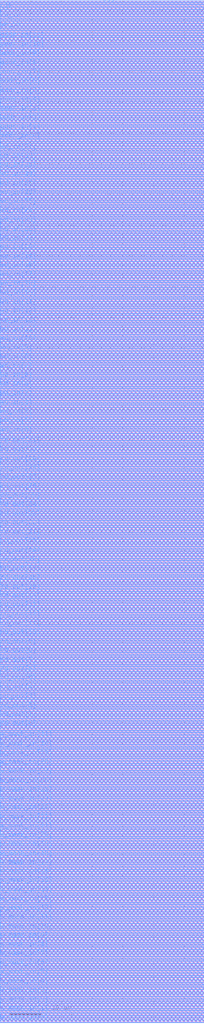
<source format=lef>
# Generated by FakeRAM 2.0
VERSION 5.7 ;
BUSBITCHARS "[]" ;
PROPERTYDEFINITIONS
  MACRO width INTEGER ;
  MACRO depth INTEGER ;
  MACRO banks INTEGER ;
END PROPERTYDEFINITIONS
MACRO fakeram7_sp_4096x32
  PROPERTY width 32 ;
  PROPERTY depth 4096 ;
  PROPERTY banks 8 ;
  FOREIGN fakeram7_sp_4096x32 0 0 ;
  SYMMETRY X Y ;
  SIZE 33.250 BY 166.600 ;
  CLASS BLOCK ;
  PIN w_mask_in[0]
    DIRECTION INPUT ;
    USE SIGNAL ;
    SHAPE ABUTMENT ;
    PORT
      LAYER M4 ;
      RECT 0.000 0.048 0.024 0.072 ;
    END
  END w_mask_in[0]
  PIN w_mask_in[1]
    DIRECTION INPUT ;
    USE SIGNAL ;
    SHAPE ABUTMENT ;
    PORT
      LAYER M4 ;
      RECT 0.000 1.536 0.024 1.560 ;
    END
  END w_mask_in[1]
  PIN w_mask_in[2]
    DIRECTION INPUT ;
    USE SIGNAL ;
    SHAPE ABUTMENT ;
    PORT
      LAYER M4 ;
      RECT 0.000 3.024 0.024 3.048 ;
    END
  END w_mask_in[2]
  PIN w_mask_in[3]
    DIRECTION INPUT ;
    USE SIGNAL ;
    SHAPE ABUTMENT ;
    PORT
      LAYER M4 ;
      RECT 0.000 4.512 0.024 4.536 ;
    END
  END w_mask_in[3]
  PIN w_mask_in[4]
    DIRECTION INPUT ;
    USE SIGNAL ;
    SHAPE ABUTMENT ;
    PORT
      LAYER M4 ;
      RECT 0.000 6.000 0.024 6.024 ;
    END
  END w_mask_in[4]
  PIN w_mask_in[5]
    DIRECTION INPUT ;
    USE SIGNAL ;
    SHAPE ABUTMENT ;
    PORT
      LAYER M4 ;
      RECT 0.000 7.488 0.024 7.512 ;
    END
  END w_mask_in[5]
  PIN w_mask_in[6]
    DIRECTION INPUT ;
    USE SIGNAL ;
    SHAPE ABUTMENT ;
    PORT
      LAYER M4 ;
      RECT 0.000 8.976 0.024 9.000 ;
    END
  END w_mask_in[6]
  PIN w_mask_in[7]
    DIRECTION INPUT ;
    USE SIGNAL ;
    SHAPE ABUTMENT ;
    PORT
      LAYER M4 ;
      RECT 0.000 10.464 0.024 10.488 ;
    END
  END w_mask_in[7]
  PIN w_mask_in[8]
    DIRECTION INPUT ;
    USE SIGNAL ;
    SHAPE ABUTMENT ;
    PORT
      LAYER M4 ;
      RECT 0.000 11.952 0.024 11.976 ;
    END
  END w_mask_in[8]
  PIN w_mask_in[9]
    DIRECTION INPUT ;
    USE SIGNAL ;
    SHAPE ABUTMENT ;
    PORT
      LAYER M4 ;
      RECT 0.000 13.440 0.024 13.464 ;
    END
  END w_mask_in[9]
  PIN w_mask_in[10]
    DIRECTION INPUT ;
    USE SIGNAL ;
    SHAPE ABUTMENT ;
    PORT
      LAYER M4 ;
      RECT 0.000 14.928 0.024 14.952 ;
    END
  END w_mask_in[10]
  PIN w_mask_in[11]
    DIRECTION INPUT ;
    USE SIGNAL ;
    SHAPE ABUTMENT ;
    PORT
      LAYER M4 ;
      RECT 0.000 16.416 0.024 16.440 ;
    END
  END w_mask_in[11]
  PIN w_mask_in[12]
    DIRECTION INPUT ;
    USE SIGNAL ;
    SHAPE ABUTMENT ;
    PORT
      LAYER M4 ;
      RECT 0.000 17.904 0.024 17.928 ;
    END
  END w_mask_in[12]
  PIN w_mask_in[13]
    DIRECTION INPUT ;
    USE SIGNAL ;
    SHAPE ABUTMENT ;
    PORT
      LAYER M4 ;
      RECT 0.000 19.392 0.024 19.416 ;
    END
  END w_mask_in[13]
  PIN w_mask_in[14]
    DIRECTION INPUT ;
    USE SIGNAL ;
    SHAPE ABUTMENT ;
    PORT
      LAYER M4 ;
      RECT 0.000 20.880 0.024 20.904 ;
    END
  END w_mask_in[14]
  PIN w_mask_in[15]
    DIRECTION INPUT ;
    USE SIGNAL ;
    SHAPE ABUTMENT ;
    PORT
      LAYER M4 ;
      RECT 0.000 22.368 0.024 22.392 ;
    END
  END w_mask_in[15]
  PIN w_mask_in[16]
    DIRECTION INPUT ;
    USE SIGNAL ;
    SHAPE ABUTMENT ;
    PORT
      LAYER M4 ;
      RECT 0.000 23.856 0.024 23.880 ;
    END
  END w_mask_in[16]
  PIN w_mask_in[17]
    DIRECTION INPUT ;
    USE SIGNAL ;
    SHAPE ABUTMENT ;
    PORT
      LAYER M4 ;
      RECT 0.000 25.344 0.024 25.368 ;
    END
  END w_mask_in[17]
  PIN w_mask_in[18]
    DIRECTION INPUT ;
    USE SIGNAL ;
    SHAPE ABUTMENT ;
    PORT
      LAYER M4 ;
      RECT 0.000 26.832 0.024 26.856 ;
    END
  END w_mask_in[18]
  PIN w_mask_in[19]
    DIRECTION INPUT ;
    USE SIGNAL ;
    SHAPE ABUTMENT ;
    PORT
      LAYER M4 ;
      RECT 0.000 28.320 0.024 28.344 ;
    END
  END w_mask_in[19]
  PIN w_mask_in[20]
    DIRECTION INPUT ;
    USE SIGNAL ;
    SHAPE ABUTMENT ;
    PORT
      LAYER M4 ;
      RECT 0.000 29.808 0.024 29.832 ;
    END
  END w_mask_in[20]
  PIN w_mask_in[21]
    DIRECTION INPUT ;
    USE SIGNAL ;
    SHAPE ABUTMENT ;
    PORT
      LAYER M4 ;
      RECT 0.000 31.296 0.024 31.320 ;
    END
  END w_mask_in[21]
  PIN w_mask_in[22]
    DIRECTION INPUT ;
    USE SIGNAL ;
    SHAPE ABUTMENT ;
    PORT
      LAYER M4 ;
      RECT 0.000 32.784 0.024 32.808 ;
    END
  END w_mask_in[22]
  PIN w_mask_in[23]
    DIRECTION INPUT ;
    USE SIGNAL ;
    SHAPE ABUTMENT ;
    PORT
      LAYER M4 ;
      RECT 0.000 34.272 0.024 34.296 ;
    END
  END w_mask_in[23]
  PIN w_mask_in[24]
    DIRECTION INPUT ;
    USE SIGNAL ;
    SHAPE ABUTMENT ;
    PORT
      LAYER M4 ;
      RECT 0.000 35.760 0.024 35.784 ;
    END
  END w_mask_in[24]
  PIN w_mask_in[25]
    DIRECTION INPUT ;
    USE SIGNAL ;
    SHAPE ABUTMENT ;
    PORT
      LAYER M4 ;
      RECT 0.000 37.248 0.024 37.272 ;
    END
  END w_mask_in[25]
  PIN w_mask_in[26]
    DIRECTION INPUT ;
    USE SIGNAL ;
    SHAPE ABUTMENT ;
    PORT
      LAYER M4 ;
      RECT 0.000 38.736 0.024 38.760 ;
    END
  END w_mask_in[26]
  PIN w_mask_in[27]
    DIRECTION INPUT ;
    USE SIGNAL ;
    SHAPE ABUTMENT ;
    PORT
      LAYER M4 ;
      RECT 0.000 40.224 0.024 40.248 ;
    END
  END w_mask_in[27]
  PIN w_mask_in[28]
    DIRECTION INPUT ;
    USE SIGNAL ;
    SHAPE ABUTMENT ;
    PORT
      LAYER M4 ;
      RECT 0.000 41.712 0.024 41.736 ;
    END
  END w_mask_in[28]
  PIN w_mask_in[29]
    DIRECTION INPUT ;
    USE SIGNAL ;
    SHAPE ABUTMENT ;
    PORT
      LAYER M4 ;
      RECT 0.000 43.200 0.024 43.224 ;
    END
  END w_mask_in[29]
  PIN w_mask_in[30]
    DIRECTION INPUT ;
    USE SIGNAL ;
    SHAPE ABUTMENT ;
    PORT
      LAYER M4 ;
      RECT 0.000 44.688 0.024 44.712 ;
    END
  END w_mask_in[30]
  PIN w_mask_in[31]
    DIRECTION INPUT ;
    USE SIGNAL ;
    SHAPE ABUTMENT ;
    PORT
      LAYER M4 ;
      RECT 0.000 46.176 0.024 46.200 ;
    END
  END w_mask_in[31]
  PIN rd_out[0]
    DIRECTION OUTPUT ;
    USE SIGNAL ;
    SHAPE ABUTMENT ;
    PORT
      LAYER M4 ;
      RECT 0.000 47.952 0.024 47.976 ;
    END
  END rd_out[0]
  PIN rd_out[1]
    DIRECTION OUTPUT ;
    USE SIGNAL ;
    SHAPE ABUTMENT ;
    PORT
      LAYER M4 ;
      RECT 0.000 49.440 0.024 49.464 ;
    END
  END rd_out[1]
  PIN rd_out[2]
    DIRECTION OUTPUT ;
    USE SIGNAL ;
    SHAPE ABUTMENT ;
    PORT
      LAYER M4 ;
      RECT 0.000 50.928 0.024 50.952 ;
    END
  END rd_out[2]
  PIN rd_out[3]
    DIRECTION OUTPUT ;
    USE SIGNAL ;
    SHAPE ABUTMENT ;
    PORT
      LAYER M4 ;
      RECT 0.000 52.416 0.024 52.440 ;
    END
  END rd_out[3]
  PIN rd_out[4]
    DIRECTION OUTPUT ;
    USE SIGNAL ;
    SHAPE ABUTMENT ;
    PORT
      LAYER M4 ;
      RECT 0.000 53.904 0.024 53.928 ;
    END
  END rd_out[4]
  PIN rd_out[5]
    DIRECTION OUTPUT ;
    USE SIGNAL ;
    SHAPE ABUTMENT ;
    PORT
      LAYER M4 ;
      RECT 0.000 55.392 0.024 55.416 ;
    END
  END rd_out[5]
  PIN rd_out[6]
    DIRECTION OUTPUT ;
    USE SIGNAL ;
    SHAPE ABUTMENT ;
    PORT
      LAYER M4 ;
      RECT 0.000 56.880 0.024 56.904 ;
    END
  END rd_out[6]
  PIN rd_out[7]
    DIRECTION OUTPUT ;
    USE SIGNAL ;
    SHAPE ABUTMENT ;
    PORT
      LAYER M4 ;
      RECT 0.000 58.368 0.024 58.392 ;
    END
  END rd_out[7]
  PIN rd_out[8]
    DIRECTION OUTPUT ;
    USE SIGNAL ;
    SHAPE ABUTMENT ;
    PORT
      LAYER M4 ;
      RECT 0.000 59.856 0.024 59.880 ;
    END
  END rd_out[8]
  PIN rd_out[9]
    DIRECTION OUTPUT ;
    USE SIGNAL ;
    SHAPE ABUTMENT ;
    PORT
      LAYER M4 ;
      RECT 0.000 61.344 0.024 61.368 ;
    END
  END rd_out[9]
  PIN rd_out[10]
    DIRECTION OUTPUT ;
    USE SIGNAL ;
    SHAPE ABUTMENT ;
    PORT
      LAYER M4 ;
      RECT 0.000 62.832 0.024 62.856 ;
    END
  END rd_out[10]
  PIN rd_out[11]
    DIRECTION OUTPUT ;
    USE SIGNAL ;
    SHAPE ABUTMENT ;
    PORT
      LAYER M4 ;
      RECT 0.000 64.320 0.024 64.344 ;
    END
  END rd_out[11]
  PIN rd_out[12]
    DIRECTION OUTPUT ;
    USE SIGNAL ;
    SHAPE ABUTMENT ;
    PORT
      LAYER M4 ;
      RECT 0.000 65.808 0.024 65.832 ;
    END
  END rd_out[12]
  PIN rd_out[13]
    DIRECTION OUTPUT ;
    USE SIGNAL ;
    SHAPE ABUTMENT ;
    PORT
      LAYER M4 ;
      RECT 0.000 67.296 0.024 67.320 ;
    END
  END rd_out[13]
  PIN rd_out[14]
    DIRECTION OUTPUT ;
    USE SIGNAL ;
    SHAPE ABUTMENT ;
    PORT
      LAYER M4 ;
      RECT 0.000 68.784 0.024 68.808 ;
    END
  END rd_out[14]
  PIN rd_out[15]
    DIRECTION OUTPUT ;
    USE SIGNAL ;
    SHAPE ABUTMENT ;
    PORT
      LAYER M4 ;
      RECT 0.000 70.272 0.024 70.296 ;
    END
  END rd_out[15]
  PIN rd_out[16]
    DIRECTION OUTPUT ;
    USE SIGNAL ;
    SHAPE ABUTMENT ;
    PORT
      LAYER M4 ;
      RECT 0.000 71.760 0.024 71.784 ;
    END
  END rd_out[16]
  PIN rd_out[17]
    DIRECTION OUTPUT ;
    USE SIGNAL ;
    SHAPE ABUTMENT ;
    PORT
      LAYER M4 ;
      RECT 0.000 73.248 0.024 73.272 ;
    END
  END rd_out[17]
  PIN rd_out[18]
    DIRECTION OUTPUT ;
    USE SIGNAL ;
    SHAPE ABUTMENT ;
    PORT
      LAYER M4 ;
      RECT 0.000 74.736 0.024 74.760 ;
    END
  END rd_out[18]
  PIN rd_out[19]
    DIRECTION OUTPUT ;
    USE SIGNAL ;
    SHAPE ABUTMENT ;
    PORT
      LAYER M4 ;
      RECT 0.000 76.224 0.024 76.248 ;
    END
  END rd_out[19]
  PIN rd_out[20]
    DIRECTION OUTPUT ;
    USE SIGNAL ;
    SHAPE ABUTMENT ;
    PORT
      LAYER M4 ;
      RECT 0.000 77.712 0.024 77.736 ;
    END
  END rd_out[20]
  PIN rd_out[21]
    DIRECTION OUTPUT ;
    USE SIGNAL ;
    SHAPE ABUTMENT ;
    PORT
      LAYER M4 ;
      RECT 0.000 79.200 0.024 79.224 ;
    END
  END rd_out[21]
  PIN rd_out[22]
    DIRECTION OUTPUT ;
    USE SIGNAL ;
    SHAPE ABUTMENT ;
    PORT
      LAYER M4 ;
      RECT 0.000 80.688 0.024 80.712 ;
    END
  END rd_out[22]
  PIN rd_out[23]
    DIRECTION OUTPUT ;
    USE SIGNAL ;
    SHAPE ABUTMENT ;
    PORT
      LAYER M4 ;
      RECT 0.000 82.176 0.024 82.200 ;
    END
  END rd_out[23]
  PIN rd_out[24]
    DIRECTION OUTPUT ;
    USE SIGNAL ;
    SHAPE ABUTMENT ;
    PORT
      LAYER M4 ;
      RECT 0.000 83.664 0.024 83.688 ;
    END
  END rd_out[24]
  PIN rd_out[25]
    DIRECTION OUTPUT ;
    USE SIGNAL ;
    SHAPE ABUTMENT ;
    PORT
      LAYER M4 ;
      RECT 0.000 85.152 0.024 85.176 ;
    END
  END rd_out[25]
  PIN rd_out[26]
    DIRECTION OUTPUT ;
    USE SIGNAL ;
    SHAPE ABUTMENT ;
    PORT
      LAYER M4 ;
      RECT 0.000 86.640 0.024 86.664 ;
    END
  END rd_out[26]
  PIN rd_out[27]
    DIRECTION OUTPUT ;
    USE SIGNAL ;
    SHAPE ABUTMENT ;
    PORT
      LAYER M4 ;
      RECT 0.000 88.128 0.024 88.152 ;
    END
  END rd_out[27]
  PIN rd_out[28]
    DIRECTION OUTPUT ;
    USE SIGNAL ;
    SHAPE ABUTMENT ;
    PORT
      LAYER M4 ;
      RECT 0.000 89.616 0.024 89.640 ;
    END
  END rd_out[28]
  PIN rd_out[29]
    DIRECTION OUTPUT ;
    USE SIGNAL ;
    SHAPE ABUTMENT ;
    PORT
      LAYER M4 ;
      RECT 0.000 91.104 0.024 91.128 ;
    END
  END rd_out[29]
  PIN rd_out[30]
    DIRECTION OUTPUT ;
    USE SIGNAL ;
    SHAPE ABUTMENT ;
    PORT
      LAYER M4 ;
      RECT 0.000 92.592 0.024 92.616 ;
    END
  END rd_out[30]
  PIN rd_out[31]
    DIRECTION OUTPUT ;
    USE SIGNAL ;
    SHAPE ABUTMENT ;
    PORT
      LAYER M4 ;
      RECT 0.000 94.080 0.024 94.104 ;
    END
  END rd_out[31]
  PIN wd_in[0]
    DIRECTION INPUT ;
    USE SIGNAL ;
    SHAPE ABUTMENT ;
    PORT
      LAYER M4 ;
      RECT 0.000 95.856 0.024 95.880 ;
    END
  END wd_in[0]
  PIN wd_in[1]
    DIRECTION INPUT ;
    USE SIGNAL ;
    SHAPE ABUTMENT ;
    PORT
      LAYER M4 ;
      RECT 0.000 97.344 0.024 97.368 ;
    END
  END wd_in[1]
  PIN wd_in[2]
    DIRECTION INPUT ;
    USE SIGNAL ;
    SHAPE ABUTMENT ;
    PORT
      LAYER M4 ;
      RECT 0.000 98.832 0.024 98.856 ;
    END
  END wd_in[2]
  PIN wd_in[3]
    DIRECTION INPUT ;
    USE SIGNAL ;
    SHAPE ABUTMENT ;
    PORT
      LAYER M4 ;
      RECT 0.000 100.320 0.024 100.344 ;
    END
  END wd_in[3]
  PIN wd_in[4]
    DIRECTION INPUT ;
    USE SIGNAL ;
    SHAPE ABUTMENT ;
    PORT
      LAYER M4 ;
      RECT 0.000 101.808 0.024 101.832 ;
    END
  END wd_in[4]
  PIN wd_in[5]
    DIRECTION INPUT ;
    USE SIGNAL ;
    SHAPE ABUTMENT ;
    PORT
      LAYER M4 ;
      RECT 0.000 103.296 0.024 103.320 ;
    END
  END wd_in[5]
  PIN wd_in[6]
    DIRECTION INPUT ;
    USE SIGNAL ;
    SHAPE ABUTMENT ;
    PORT
      LAYER M4 ;
      RECT 0.000 104.784 0.024 104.808 ;
    END
  END wd_in[6]
  PIN wd_in[7]
    DIRECTION INPUT ;
    USE SIGNAL ;
    SHAPE ABUTMENT ;
    PORT
      LAYER M4 ;
      RECT 0.000 106.272 0.024 106.296 ;
    END
  END wd_in[7]
  PIN wd_in[8]
    DIRECTION INPUT ;
    USE SIGNAL ;
    SHAPE ABUTMENT ;
    PORT
      LAYER M4 ;
      RECT 0.000 107.760 0.024 107.784 ;
    END
  END wd_in[8]
  PIN wd_in[9]
    DIRECTION INPUT ;
    USE SIGNAL ;
    SHAPE ABUTMENT ;
    PORT
      LAYER M4 ;
      RECT 0.000 109.248 0.024 109.272 ;
    END
  END wd_in[9]
  PIN wd_in[10]
    DIRECTION INPUT ;
    USE SIGNAL ;
    SHAPE ABUTMENT ;
    PORT
      LAYER M4 ;
      RECT 0.000 110.736 0.024 110.760 ;
    END
  END wd_in[10]
  PIN wd_in[11]
    DIRECTION INPUT ;
    USE SIGNAL ;
    SHAPE ABUTMENT ;
    PORT
      LAYER M4 ;
      RECT 0.000 112.224 0.024 112.248 ;
    END
  END wd_in[11]
  PIN wd_in[12]
    DIRECTION INPUT ;
    USE SIGNAL ;
    SHAPE ABUTMENT ;
    PORT
      LAYER M4 ;
      RECT 0.000 113.712 0.024 113.736 ;
    END
  END wd_in[12]
  PIN wd_in[13]
    DIRECTION INPUT ;
    USE SIGNAL ;
    SHAPE ABUTMENT ;
    PORT
      LAYER M4 ;
      RECT 0.000 115.200 0.024 115.224 ;
    END
  END wd_in[13]
  PIN wd_in[14]
    DIRECTION INPUT ;
    USE SIGNAL ;
    SHAPE ABUTMENT ;
    PORT
      LAYER M4 ;
      RECT 0.000 116.688 0.024 116.712 ;
    END
  END wd_in[14]
  PIN wd_in[15]
    DIRECTION INPUT ;
    USE SIGNAL ;
    SHAPE ABUTMENT ;
    PORT
      LAYER M4 ;
      RECT 0.000 118.176 0.024 118.200 ;
    END
  END wd_in[15]
  PIN wd_in[16]
    DIRECTION INPUT ;
    USE SIGNAL ;
    SHAPE ABUTMENT ;
    PORT
      LAYER M4 ;
      RECT 0.000 119.664 0.024 119.688 ;
    END
  END wd_in[16]
  PIN wd_in[17]
    DIRECTION INPUT ;
    USE SIGNAL ;
    SHAPE ABUTMENT ;
    PORT
      LAYER M4 ;
      RECT 0.000 121.152 0.024 121.176 ;
    END
  END wd_in[17]
  PIN wd_in[18]
    DIRECTION INPUT ;
    USE SIGNAL ;
    SHAPE ABUTMENT ;
    PORT
      LAYER M4 ;
      RECT 0.000 122.640 0.024 122.664 ;
    END
  END wd_in[18]
  PIN wd_in[19]
    DIRECTION INPUT ;
    USE SIGNAL ;
    SHAPE ABUTMENT ;
    PORT
      LAYER M4 ;
      RECT 0.000 124.128 0.024 124.152 ;
    END
  END wd_in[19]
  PIN wd_in[20]
    DIRECTION INPUT ;
    USE SIGNAL ;
    SHAPE ABUTMENT ;
    PORT
      LAYER M4 ;
      RECT 0.000 125.616 0.024 125.640 ;
    END
  END wd_in[20]
  PIN wd_in[21]
    DIRECTION INPUT ;
    USE SIGNAL ;
    SHAPE ABUTMENT ;
    PORT
      LAYER M4 ;
      RECT 0.000 127.104 0.024 127.128 ;
    END
  END wd_in[21]
  PIN wd_in[22]
    DIRECTION INPUT ;
    USE SIGNAL ;
    SHAPE ABUTMENT ;
    PORT
      LAYER M4 ;
      RECT 0.000 128.592 0.024 128.616 ;
    END
  END wd_in[22]
  PIN wd_in[23]
    DIRECTION INPUT ;
    USE SIGNAL ;
    SHAPE ABUTMENT ;
    PORT
      LAYER M4 ;
      RECT 0.000 130.080 0.024 130.104 ;
    END
  END wd_in[23]
  PIN wd_in[24]
    DIRECTION INPUT ;
    USE SIGNAL ;
    SHAPE ABUTMENT ;
    PORT
      LAYER M4 ;
      RECT 0.000 131.568 0.024 131.592 ;
    END
  END wd_in[24]
  PIN wd_in[25]
    DIRECTION INPUT ;
    USE SIGNAL ;
    SHAPE ABUTMENT ;
    PORT
      LAYER M4 ;
      RECT 0.000 133.056 0.024 133.080 ;
    END
  END wd_in[25]
  PIN wd_in[26]
    DIRECTION INPUT ;
    USE SIGNAL ;
    SHAPE ABUTMENT ;
    PORT
      LAYER M4 ;
      RECT 0.000 134.544 0.024 134.568 ;
    END
  END wd_in[26]
  PIN wd_in[27]
    DIRECTION INPUT ;
    USE SIGNAL ;
    SHAPE ABUTMENT ;
    PORT
      LAYER M4 ;
      RECT 0.000 136.032 0.024 136.056 ;
    END
  END wd_in[27]
  PIN wd_in[28]
    DIRECTION INPUT ;
    USE SIGNAL ;
    SHAPE ABUTMENT ;
    PORT
      LAYER M4 ;
      RECT 0.000 137.520 0.024 137.544 ;
    END
  END wd_in[28]
  PIN wd_in[29]
    DIRECTION INPUT ;
    USE SIGNAL ;
    SHAPE ABUTMENT ;
    PORT
      LAYER M4 ;
      RECT 0.000 139.008 0.024 139.032 ;
    END
  END wd_in[29]
  PIN wd_in[30]
    DIRECTION INPUT ;
    USE SIGNAL ;
    SHAPE ABUTMENT ;
    PORT
      LAYER M4 ;
      RECT 0.000 140.496 0.024 140.520 ;
    END
  END wd_in[30]
  PIN wd_in[31]
    DIRECTION INPUT ;
    USE SIGNAL ;
    SHAPE ABUTMENT ;
    PORT
      LAYER M4 ;
      RECT 0.000 141.984 0.024 142.008 ;
    END
  END wd_in[31]
  PIN addr_in[0]
    DIRECTION INPUT ;
    USE SIGNAL ;
    SHAPE ABUTMENT ;
    PORT
      LAYER M4 ;
      RECT 0.000 143.760 0.024 143.784 ;
    END
  END addr_in[0]
  PIN addr_in[1]
    DIRECTION INPUT ;
    USE SIGNAL ;
    SHAPE ABUTMENT ;
    PORT
      LAYER M4 ;
      RECT 0.000 145.248 0.024 145.272 ;
    END
  END addr_in[1]
  PIN addr_in[2]
    DIRECTION INPUT ;
    USE SIGNAL ;
    SHAPE ABUTMENT ;
    PORT
      LAYER M4 ;
      RECT 0.000 146.736 0.024 146.760 ;
    END
  END addr_in[2]
  PIN addr_in[3]
    DIRECTION INPUT ;
    USE SIGNAL ;
    SHAPE ABUTMENT ;
    PORT
      LAYER M4 ;
      RECT 0.000 148.224 0.024 148.248 ;
    END
  END addr_in[3]
  PIN addr_in[4]
    DIRECTION INPUT ;
    USE SIGNAL ;
    SHAPE ABUTMENT ;
    PORT
      LAYER M4 ;
      RECT 0.000 149.712 0.024 149.736 ;
    END
  END addr_in[4]
  PIN addr_in[5]
    DIRECTION INPUT ;
    USE SIGNAL ;
    SHAPE ABUTMENT ;
    PORT
      LAYER M4 ;
      RECT 0.000 151.200 0.024 151.224 ;
    END
  END addr_in[5]
  PIN addr_in[6]
    DIRECTION INPUT ;
    USE SIGNAL ;
    SHAPE ABUTMENT ;
    PORT
      LAYER M4 ;
      RECT 0.000 152.688 0.024 152.712 ;
    END
  END addr_in[6]
  PIN addr_in[7]
    DIRECTION INPUT ;
    USE SIGNAL ;
    SHAPE ABUTMENT ;
    PORT
      LAYER M4 ;
      RECT 0.000 154.176 0.024 154.200 ;
    END
  END addr_in[7]
  PIN addr_in[8]
    DIRECTION INPUT ;
    USE SIGNAL ;
    SHAPE ABUTMENT ;
    PORT
      LAYER M4 ;
      RECT 0.000 155.664 0.024 155.688 ;
    END
  END addr_in[8]
  PIN addr_in[9]
    DIRECTION INPUT ;
    USE SIGNAL ;
    SHAPE ABUTMENT ;
    PORT
      LAYER M4 ;
      RECT 0.000 157.152 0.024 157.176 ;
    END
  END addr_in[9]
  PIN addr_in[10]
    DIRECTION INPUT ;
    USE SIGNAL ;
    SHAPE ABUTMENT ;
    PORT
      LAYER M4 ;
      RECT 0.000 158.640 0.024 158.664 ;
    END
  END addr_in[10]
  PIN addr_in[11]
    DIRECTION INPUT ;
    USE SIGNAL ;
    SHAPE ABUTMENT ;
    PORT
      LAYER M4 ;
      RECT 0.000 160.128 0.024 160.152 ;
    END
  END addr_in[11]
  PIN we_in
    DIRECTION INPUT ;
    USE SIGNAL ;
    SHAPE ABUTMENT ;
    PORT
      LAYER M4 ;
      RECT 0.000 161.904 0.024 161.928 ;
    END
  END we_in
  PIN ce_in
    DIRECTION INPUT ;
    USE SIGNAL ;
    SHAPE ABUTMENT ;
    PORT
      LAYER M4 ;
      RECT 0.000 163.392 0.024 163.416 ;
    END
  END ce_in
  PIN clk
    DIRECTION INPUT ;
    USE SIGNAL ;
    SHAPE ABUTMENT ;
    PORT
      LAYER M4 ;
      RECT 0.000 164.880 0.024 164.904 ;
    END
  END clk
  PIN VSS
    DIRECTION INOUT ;
    USE GROUND ;
    PORT
      LAYER M4 ;
      RECT 0.048 0.000 33.202 0.096 ;
      RECT 0.048 0.768 33.202 0.864 ;
      RECT 0.048 1.536 33.202 1.632 ;
      RECT 0.048 2.304 33.202 2.400 ;
      RECT 0.048 3.072 33.202 3.168 ;
      RECT 0.048 3.840 33.202 3.936 ;
      RECT 0.048 4.608 33.202 4.704 ;
      RECT 0.048 5.376 33.202 5.472 ;
      RECT 0.048 6.144 33.202 6.240 ;
      RECT 0.048 6.912 33.202 7.008 ;
      RECT 0.048 7.680 33.202 7.776 ;
      RECT 0.048 8.448 33.202 8.544 ;
      RECT 0.048 9.216 33.202 9.312 ;
      RECT 0.048 9.984 33.202 10.080 ;
      RECT 0.048 10.752 33.202 10.848 ;
      RECT 0.048 11.520 33.202 11.616 ;
      RECT 0.048 12.288 33.202 12.384 ;
      RECT 0.048 13.056 33.202 13.152 ;
      RECT 0.048 13.824 33.202 13.920 ;
      RECT 0.048 14.592 33.202 14.688 ;
      RECT 0.048 15.360 33.202 15.456 ;
      RECT 0.048 16.128 33.202 16.224 ;
      RECT 0.048 16.896 33.202 16.992 ;
      RECT 0.048 17.664 33.202 17.760 ;
      RECT 0.048 18.432 33.202 18.528 ;
      RECT 0.048 19.200 33.202 19.296 ;
      RECT 0.048 19.968 33.202 20.064 ;
      RECT 0.048 20.736 33.202 20.832 ;
      RECT 0.048 21.504 33.202 21.600 ;
      RECT 0.048 22.272 33.202 22.368 ;
      RECT 0.048 23.040 33.202 23.136 ;
      RECT 0.048 23.808 33.202 23.904 ;
      RECT 0.048 24.576 33.202 24.672 ;
      RECT 0.048 25.344 33.202 25.440 ;
      RECT 0.048 26.112 33.202 26.208 ;
      RECT 0.048 26.880 33.202 26.976 ;
      RECT 0.048 27.648 33.202 27.744 ;
      RECT 0.048 28.416 33.202 28.512 ;
      RECT 0.048 29.184 33.202 29.280 ;
      RECT 0.048 29.952 33.202 30.048 ;
      RECT 0.048 30.720 33.202 30.816 ;
      RECT 0.048 31.488 33.202 31.584 ;
      RECT 0.048 32.256 33.202 32.352 ;
      RECT 0.048 33.024 33.202 33.120 ;
      RECT 0.048 33.792 33.202 33.888 ;
      RECT 0.048 34.560 33.202 34.656 ;
      RECT 0.048 35.328 33.202 35.424 ;
      RECT 0.048 36.096 33.202 36.192 ;
      RECT 0.048 36.864 33.202 36.960 ;
      RECT 0.048 37.632 33.202 37.728 ;
      RECT 0.048 38.400 33.202 38.496 ;
      RECT 0.048 39.168 33.202 39.264 ;
      RECT 0.048 39.936 33.202 40.032 ;
      RECT 0.048 40.704 33.202 40.800 ;
      RECT 0.048 41.472 33.202 41.568 ;
      RECT 0.048 42.240 33.202 42.336 ;
      RECT 0.048 43.008 33.202 43.104 ;
      RECT 0.048 43.776 33.202 43.872 ;
      RECT 0.048 44.544 33.202 44.640 ;
      RECT 0.048 45.312 33.202 45.408 ;
      RECT 0.048 46.080 33.202 46.176 ;
      RECT 0.048 46.848 33.202 46.944 ;
      RECT 0.048 47.616 33.202 47.712 ;
      RECT 0.048 48.384 33.202 48.480 ;
      RECT 0.048 49.152 33.202 49.248 ;
      RECT 0.048 49.920 33.202 50.016 ;
      RECT 0.048 50.688 33.202 50.784 ;
      RECT 0.048 51.456 33.202 51.552 ;
      RECT 0.048 52.224 33.202 52.320 ;
      RECT 0.048 52.992 33.202 53.088 ;
      RECT 0.048 53.760 33.202 53.856 ;
      RECT 0.048 54.528 33.202 54.624 ;
      RECT 0.048 55.296 33.202 55.392 ;
      RECT 0.048 56.064 33.202 56.160 ;
      RECT 0.048 56.832 33.202 56.928 ;
      RECT 0.048 57.600 33.202 57.696 ;
      RECT 0.048 58.368 33.202 58.464 ;
      RECT 0.048 59.136 33.202 59.232 ;
      RECT 0.048 59.904 33.202 60.000 ;
      RECT 0.048 60.672 33.202 60.768 ;
      RECT 0.048 61.440 33.202 61.536 ;
      RECT 0.048 62.208 33.202 62.304 ;
      RECT 0.048 62.976 33.202 63.072 ;
      RECT 0.048 63.744 33.202 63.840 ;
      RECT 0.048 64.512 33.202 64.608 ;
      RECT 0.048 65.280 33.202 65.376 ;
      RECT 0.048 66.048 33.202 66.144 ;
      RECT 0.048 66.816 33.202 66.912 ;
      RECT 0.048 67.584 33.202 67.680 ;
      RECT 0.048 68.352 33.202 68.448 ;
      RECT 0.048 69.120 33.202 69.216 ;
      RECT 0.048 69.888 33.202 69.984 ;
      RECT 0.048 70.656 33.202 70.752 ;
      RECT 0.048 71.424 33.202 71.520 ;
      RECT 0.048 72.192 33.202 72.288 ;
      RECT 0.048 72.960 33.202 73.056 ;
      RECT 0.048 73.728 33.202 73.824 ;
      RECT 0.048 74.496 33.202 74.592 ;
      RECT 0.048 75.264 33.202 75.360 ;
      RECT 0.048 76.032 33.202 76.128 ;
      RECT 0.048 76.800 33.202 76.896 ;
      RECT 0.048 77.568 33.202 77.664 ;
      RECT 0.048 78.336 33.202 78.432 ;
      RECT 0.048 79.104 33.202 79.200 ;
      RECT 0.048 79.872 33.202 79.968 ;
      RECT 0.048 80.640 33.202 80.736 ;
      RECT 0.048 81.408 33.202 81.504 ;
      RECT 0.048 82.176 33.202 82.272 ;
      RECT 0.048 82.944 33.202 83.040 ;
      RECT 0.048 83.712 33.202 83.808 ;
      RECT 0.048 84.480 33.202 84.576 ;
      RECT 0.048 85.248 33.202 85.344 ;
      RECT 0.048 86.016 33.202 86.112 ;
      RECT 0.048 86.784 33.202 86.880 ;
      RECT 0.048 87.552 33.202 87.648 ;
      RECT 0.048 88.320 33.202 88.416 ;
      RECT 0.048 89.088 33.202 89.184 ;
      RECT 0.048 89.856 33.202 89.952 ;
      RECT 0.048 90.624 33.202 90.720 ;
      RECT 0.048 91.392 33.202 91.488 ;
      RECT 0.048 92.160 33.202 92.256 ;
      RECT 0.048 92.928 33.202 93.024 ;
      RECT 0.048 93.696 33.202 93.792 ;
      RECT 0.048 94.464 33.202 94.560 ;
      RECT 0.048 95.232 33.202 95.328 ;
      RECT 0.048 96.000 33.202 96.096 ;
      RECT 0.048 96.768 33.202 96.864 ;
      RECT 0.048 97.536 33.202 97.632 ;
      RECT 0.048 98.304 33.202 98.400 ;
      RECT 0.048 99.072 33.202 99.168 ;
      RECT 0.048 99.840 33.202 99.936 ;
      RECT 0.048 100.608 33.202 100.704 ;
      RECT 0.048 101.376 33.202 101.472 ;
      RECT 0.048 102.144 33.202 102.240 ;
      RECT 0.048 102.912 33.202 103.008 ;
      RECT 0.048 103.680 33.202 103.776 ;
      RECT 0.048 104.448 33.202 104.544 ;
      RECT 0.048 105.216 33.202 105.312 ;
      RECT 0.048 105.984 33.202 106.080 ;
      RECT 0.048 106.752 33.202 106.848 ;
      RECT 0.048 107.520 33.202 107.616 ;
      RECT 0.048 108.288 33.202 108.384 ;
      RECT 0.048 109.056 33.202 109.152 ;
      RECT 0.048 109.824 33.202 109.920 ;
      RECT 0.048 110.592 33.202 110.688 ;
      RECT 0.048 111.360 33.202 111.456 ;
      RECT 0.048 112.128 33.202 112.224 ;
      RECT 0.048 112.896 33.202 112.992 ;
      RECT 0.048 113.664 33.202 113.760 ;
      RECT 0.048 114.432 33.202 114.528 ;
      RECT 0.048 115.200 33.202 115.296 ;
      RECT 0.048 115.968 33.202 116.064 ;
      RECT 0.048 116.736 33.202 116.832 ;
      RECT 0.048 117.504 33.202 117.600 ;
      RECT 0.048 118.272 33.202 118.368 ;
      RECT 0.048 119.040 33.202 119.136 ;
      RECT 0.048 119.808 33.202 119.904 ;
      RECT 0.048 120.576 33.202 120.672 ;
      RECT 0.048 121.344 33.202 121.440 ;
      RECT 0.048 122.112 33.202 122.208 ;
      RECT 0.048 122.880 33.202 122.976 ;
      RECT 0.048 123.648 33.202 123.744 ;
      RECT 0.048 124.416 33.202 124.512 ;
      RECT 0.048 125.184 33.202 125.280 ;
      RECT 0.048 125.952 33.202 126.048 ;
      RECT 0.048 126.720 33.202 126.816 ;
      RECT 0.048 127.488 33.202 127.584 ;
      RECT 0.048 128.256 33.202 128.352 ;
      RECT 0.048 129.024 33.202 129.120 ;
      RECT 0.048 129.792 33.202 129.888 ;
      RECT 0.048 130.560 33.202 130.656 ;
      RECT 0.048 131.328 33.202 131.424 ;
      RECT 0.048 132.096 33.202 132.192 ;
      RECT 0.048 132.864 33.202 132.960 ;
      RECT 0.048 133.632 33.202 133.728 ;
      RECT 0.048 134.400 33.202 134.496 ;
      RECT 0.048 135.168 33.202 135.264 ;
      RECT 0.048 135.936 33.202 136.032 ;
      RECT 0.048 136.704 33.202 136.800 ;
      RECT 0.048 137.472 33.202 137.568 ;
      RECT 0.048 138.240 33.202 138.336 ;
      RECT 0.048 139.008 33.202 139.104 ;
      RECT 0.048 139.776 33.202 139.872 ;
      RECT 0.048 140.544 33.202 140.640 ;
      RECT 0.048 141.312 33.202 141.408 ;
      RECT 0.048 142.080 33.202 142.176 ;
      RECT 0.048 142.848 33.202 142.944 ;
      RECT 0.048 143.616 33.202 143.712 ;
      RECT 0.048 144.384 33.202 144.480 ;
      RECT 0.048 145.152 33.202 145.248 ;
      RECT 0.048 145.920 33.202 146.016 ;
      RECT 0.048 146.688 33.202 146.784 ;
      RECT 0.048 147.456 33.202 147.552 ;
      RECT 0.048 148.224 33.202 148.320 ;
      RECT 0.048 148.992 33.202 149.088 ;
      RECT 0.048 149.760 33.202 149.856 ;
      RECT 0.048 150.528 33.202 150.624 ;
      RECT 0.048 151.296 33.202 151.392 ;
      RECT 0.048 152.064 33.202 152.160 ;
      RECT 0.048 152.832 33.202 152.928 ;
      RECT 0.048 153.600 33.202 153.696 ;
      RECT 0.048 154.368 33.202 154.464 ;
      RECT 0.048 155.136 33.202 155.232 ;
      RECT 0.048 155.904 33.202 156.000 ;
      RECT 0.048 156.672 33.202 156.768 ;
      RECT 0.048 157.440 33.202 157.536 ;
      RECT 0.048 158.208 33.202 158.304 ;
      RECT 0.048 158.976 33.202 159.072 ;
      RECT 0.048 159.744 33.202 159.840 ;
      RECT 0.048 160.512 33.202 160.608 ;
      RECT 0.048 161.280 33.202 161.376 ;
      RECT 0.048 162.048 33.202 162.144 ;
      RECT 0.048 162.816 33.202 162.912 ;
      RECT 0.048 163.584 33.202 163.680 ;
      RECT 0.048 164.352 33.202 164.448 ;
      RECT 0.048 165.120 33.202 165.216 ;
      RECT 0.048 165.888 33.202 165.984 ;
    END
  END VSS
  PIN VDD
    DIRECTION INOUT ;
    USE POWER ;
    PORT
      LAYER M4 ;
      RECT 0.048 0.384 33.202 0.480 ;
      RECT 0.048 1.152 33.202 1.248 ;
      RECT 0.048 1.920 33.202 2.016 ;
      RECT 0.048 2.688 33.202 2.784 ;
      RECT 0.048 3.456 33.202 3.552 ;
      RECT 0.048 4.224 33.202 4.320 ;
      RECT 0.048 4.992 33.202 5.088 ;
      RECT 0.048 5.760 33.202 5.856 ;
      RECT 0.048 6.528 33.202 6.624 ;
      RECT 0.048 7.296 33.202 7.392 ;
      RECT 0.048 8.064 33.202 8.160 ;
      RECT 0.048 8.832 33.202 8.928 ;
      RECT 0.048 9.600 33.202 9.696 ;
      RECT 0.048 10.368 33.202 10.464 ;
      RECT 0.048 11.136 33.202 11.232 ;
      RECT 0.048 11.904 33.202 12.000 ;
      RECT 0.048 12.672 33.202 12.768 ;
      RECT 0.048 13.440 33.202 13.536 ;
      RECT 0.048 14.208 33.202 14.304 ;
      RECT 0.048 14.976 33.202 15.072 ;
      RECT 0.048 15.744 33.202 15.840 ;
      RECT 0.048 16.512 33.202 16.608 ;
      RECT 0.048 17.280 33.202 17.376 ;
      RECT 0.048 18.048 33.202 18.144 ;
      RECT 0.048 18.816 33.202 18.912 ;
      RECT 0.048 19.584 33.202 19.680 ;
      RECT 0.048 20.352 33.202 20.448 ;
      RECT 0.048 21.120 33.202 21.216 ;
      RECT 0.048 21.888 33.202 21.984 ;
      RECT 0.048 22.656 33.202 22.752 ;
      RECT 0.048 23.424 33.202 23.520 ;
      RECT 0.048 24.192 33.202 24.288 ;
      RECT 0.048 24.960 33.202 25.056 ;
      RECT 0.048 25.728 33.202 25.824 ;
      RECT 0.048 26.496 33.202 26.592 ;
      RECT 0.048 27.264 33.202 27.360 ;
      RECT 0.048 28.032 33.202 28.128 ;
      RECT 0.048 28.800 33.202 28.896 ;
      RECT 0.048 29.568 33.202 29.664 ;
      RECT 0.048 30.336 33.202 30.432 ;
      RECT 0.048 31.104 33.202 31.200 ;
      RECT 0.048 31.872 33.202 31.968 ;
      RECT 0.048 32.640 33.202 32.736 ;
      RECT 0.048 33.408 33.202 33.504 ;
      RECT 0.048 34.176 33.202 34.272 ;
      RECT 0.048 34.944 33.202 35.040 ;
      RECT 0.048 35.712 33.202 35.808 ;
      RECT 0.048 36.480 33.202 36.576 ;
      RECT 0.048 37.248 33.202 37.344 ;
      RECT 0.048 38.016 33.202 38.112 ;
      RECT 0.048 38.784 33.202 38.880 ;
      RECT 0.048 39.552 33.202 39.648 ;
      RECT 0.048 40.320 33.202 40.416 ;
      RECT 0.048 41.088 33.202 41.184 ;
      RECT 0.048 41.856 33.202 41.952 ;
      RECT 0.048 42.624 33.202 42.720 ;
      RECT 0.048 43.392 33.202 43.488 ;
      RECT 0.048 44.160 33.202 44.256 ;
      RECT 0.048 44.928 33.202 45.024 ;
      RECT 0.048 45.696 33.202 45.792 ;
      RECT 0.048 46.464 33.202 46.560 ;
      RECT 0.048 47.232 33.202 47.328 ;
      RECT 0.048 48.000 33.202 48.096 ;
      RECT 0.048 48.768 33.202 48.864 ;
      RECT 0.048 49.536 33.202 49.632 ;
      RECT 0.048 50.304 33.202 50.400 ;
      RECT 0.048 51.072 33.202 51.168 ;
      RECT 0.048 51.840 33.202 51.936 ;
      RECT 0.048 52.608 33.202 52.704 ;
      RECT 0.048 53.376 33.202 53.472 ;
      RECT 0.048 54.144 33.202 54.240 ;
      RECT 0.048 54.912 33.202 55.008 ;
      RECT 0.048 55.680 33.202 55.776 ;
      RECT 0.048 56.448 33.202 56.544 ;
      RECT 0.048 57.216 33.202 57.312 ;
      RECT 0.048 57.984 33.202 58.080 ;
      RECT 0.048 58.752 33.202 58.848 ;
      RECT 0.048 59.520 33.202 59.616 ;
      RECT 0.048 60.288 33.202 60.384 ;
      RECT 0.048 61.056 33.202 61.152 ;
      RECT 0.048 61.824 33.202 61.920 ;
      RECT 0.048 62.592 33.202 62.688 ;
      RECT 0.048 63.360 33.202 63.456 ;
      RECT 0.048 64.128 33.202 64.224 ;
      RECT 0.048 64.896 33.202 64.992 ;
      RECT 0.048 65.664 33.202 65.760 ;
      RECT 0.048 66.432 33.202 66.528 ;
      RECT 0.048 67.200 33.202 67.296 ;
      RECT 0.048 67.968 33.202 68.064 ;
      RECT 0.048 68.736 33.202 68.832 ;
      RECT 0.048 69.504 33.202 69.600 ;
      RECT 0.048 70.272 33.202 70.368 ;
      RECT 0.048 71.040 33.202 71.136 ;
      RECT 0.048 71.808 33.202 71.904 ;
      RECT 0.048 72.576 33.202 72.672 ;
      RECT 0.048 73.344 33.202 73.440 ;
      RECT 0.048 74.112 33.202 74.208 ;
      RECT 0.048 74.880 33.202 74.976 ;
      RECT 0.048 75.648 33.202 75.744 ;
      RECT 0.048 76.416 33.202 76.512 ;
      RECT 0.048 77.184 33.202 77.280 ;
      RECT 0.048 77.952 33.202 78.048 ;
      RECT 0.048 78.720 33.202 78.816 ;
      RECT 0.048 79.488 33.202 79.584 ;
      RECT 0.048 80.256 33.202 80.352 ;
      RECT 0.048 81.024 33.202 81.120 ;
      RECT 0.048 81.792 33.202 81.888 ;
      RECT 0.048 82.560 33.202 82.656 ;
      RECT 0.048 83.328 33.202 83.424 ;
      RECT 0.048 84.096 33.202 84.192 ;
      RECT 0.048 84.864 33.202 84.960 ;
      RECT 0.048 85.632 33.202 85.728 ;
      RECT 0.048 86.400 33.202 86.496 ;
      RECT 0.048 87.168 33.202 87.264 ;
      RECT 0.048 87.936 33.202 88.032 ;
      RECT 0.048 88.704 33.202 88.800 ;
      RECT 0.048 89.472 33.202 89.568 ;
      RECT 0.048 90.240 33.202 90.336 ;
      RECT 0.048 91.008 33.202 91.104 ;
      RECT 0.048 91.776 33.202 91.872 ;
      RECT 0.048 92.544 33.202 92.640 ;
      RECT 0.048 93.312 33.202 93.408 ;
      RECT 0.048 94.080 33.202 94.176 ;
      RECT 0.048 94.848 33.202 94.944 ;
      RECT 0.048 95.616 33.202 95.712 ;
      RECT 0.048 96.384 33.202 96.480 ;
      RECT 0.048 97.152 33.202 97.248 ;
      RECT 0.048 97.920 33.202 98.016 ;
      RECT 0.048 98.688 33.202 98.784 ;
      RECT 0.048 99.456 33.202 99.552 ;
      RECT 0.048 100.224 33.202 100.320 ;
      RECT 0.048 100.992 33.202 101.088 ;
      RECT 0.048 101.760 33.202 101.856 ;
      RECT 0.048 102.528 33.202 102.624 ;
      RECT 0.048 103.296 33.202 103.392 ;
      RECT 0.048 104.064 33.202 104.160 ;
      RECT 0.048 104.832 33.202 104.928 ;
      RECT 0.048 105.600 33.202 105.696 ;
      RECT 0.048 106.368 33.202 106.464 ;
      RECT 0.048 107.136 33.202 107.232 ;
      RECT 0.048 107.904 33.202 108.000 ;
      RECT 0.048 108.672 33.202 108.768 ;
      RECT 0.048 109.440 33.202 109.536 ;
      RECT 0.048 110.208 33.202 110.304 ;
      RECT 0.048 110.976 33.202 111.072 ;
      RECT 0.048 111.744 33.202 111.840 ;
      RECT 0.048 112.512 33.202 112.608 ;
      RECT 0.048 113.280 33.202 113.376 ;
      RECT 0.048 114.048 33.202 114.144 ;
      RECT 0.048 114.816 33.202 114.912 ;
      RECT 0.048 115.584 33.202 115.680 ;
      RECT 0.048 116.352 33.202 116.448 ;
      RECT 0.048 117.120 33.202 117.216 ;
      RECT 0.048 117.888 33.202 117.984 ;
      RECT 0.048 118.656 33.202 118.752 ;
      RECT 0.048 119.424 33.202 119.520 ;
      RECT 0.048 120.192 33.202 120.288 ;
      RECT 0.048 120.960 33.202 121.056 ;
      RECT 0.048 121.728 33.202 121.824 ;
      RECT 0.048 122.496 33.202 122.592 ;
      RECT 0.048 123.264 33.202 123.360 ;
      RECT 0.048 124.032 33.202 124.128 ;
      RECT 0.048 124.800 33.202 124.896 ;
      RECT 0.048 125.568 33.202 125.664 ;
      RECT 0.048 126.336 33.202 126.432 ;
      RECT 0.048 127.104 33.202 127.200 ;
      RECT 0.048 127.872 33.202 127.968 ;
      RECT 0.048 128.640 33.202 128.736 ;
      RECT 0.048 129.408 33.202 129.504 ;
      RECT 0.048 130.176 33.202 130.272 ;
      RECT 0.048 130.944 33.202 131.040 ;
      RECT 0.048 131.712 33.202 131.808 ;
      RECT 0.048 132.480 33.202 132.576 ;
      RECT 0.048 133.248 33.202 133.344 ;
      RECT 0.048 134.016 33.202 134.112 ;
      RECT 0.048 134.784 33.202 134.880 ;
      RECT 0.048 135.552 33.202 135.648 ;
      RECT 0.048 136.320 33.202 136.416 ;
      RECT 0.048 137.088 33.202 137.184 ;
      RECT 0.048 137.856 33.202 137.952 ;
      RECT 0.048 138.624 33.202 138.720 ;
      RECT 0.048 139.392 33.202 139.488 ;
      RECT 0.048 140.160 33.202 140.256 ;
      RECT 0.048 140.928 33.202 141.024 ;
      RECT 0.048 141.696 33.202 141.792 ;
      RECT 0.048 142.464 33.202 142.560 ;
      RECT 0.048 143.232 33.202 143.328 ;
      RECT 0.048 144.000 33.202 144.096 ;
      RECT 0.048 144.768 33.202 144.864 ;
      RECT 0.048 145.536 33.202 145.632 ;
      RECT 0.048 146.304 33.202 146.400 ;
      RECT 0.048 147.072 33.202 147.168 ;
      RECT 0.048 147.840 33.202 147.936 ;
      RECT 0.048 148.608 33.202 148.704 ;
      RECT 0.048 149.376 33.202 149.472 ;
      RECT 0.048 150.144 33.202 150.240 ;
      RECT 0.048 150.912 33.202 151.008 ;
      RECT 0.048 151.680 33.202 151.776 ;
      RECT 0.048 152.448 33.202 152.544 ;
      RECT 0.048 153.216 33.202 153.312 ;
      RECT 0.048 153.984 33.202 154.080 ;
      RECT 0.048 154.752 33.202 154.848 ;
      RECT 0.048 155.520 33.202 155.616 ;
      RECT 0.048 156.288 33.202 156.384 ;
      RECT 0.048 157.056 33.202 157.152 ;
      RECT 0.048 157.824 33.202 157.920 ;
      RECT 0.048 158.592 33.202 158.688 ;
      RECT 0.048 159.360 33.202 159.456 ;
      RECT 0.048 160.128 33.202 160.224 ;
      RECT 0.048 160.896 33.202 160.992 ;
      RECT 0.048 161.664 33.202 161.760 ;
      RECT 0.048 162.432 33.202 162.528 ;
      RECT 0.048 163.200 33.202 163.296 ;
      RECT 0.048 163.968 33.202 164.064 ;
      RECT 0.048 164.736 33.202 164.832 ;
      RECT 0.048 165.504 33.202 165.600 ;
      RECT 0.048 166.272 33.202 166.368 ;
    END
  END VDD
  OBS
    LAYER M1 ;
    RECT 0 0 33.250 166.600 ;
    LAYER M2 ;
    RECT 0 0 33.250 166.600 ;
    LAYER M3 ;
    RECT 0 0 33.250 166.600 ;
    LAYER M4 ;
    RECT 0 0 33.250 166.600 ;
  END
END fakeram7_sp_4096x32

END LIBRARY

</source>
